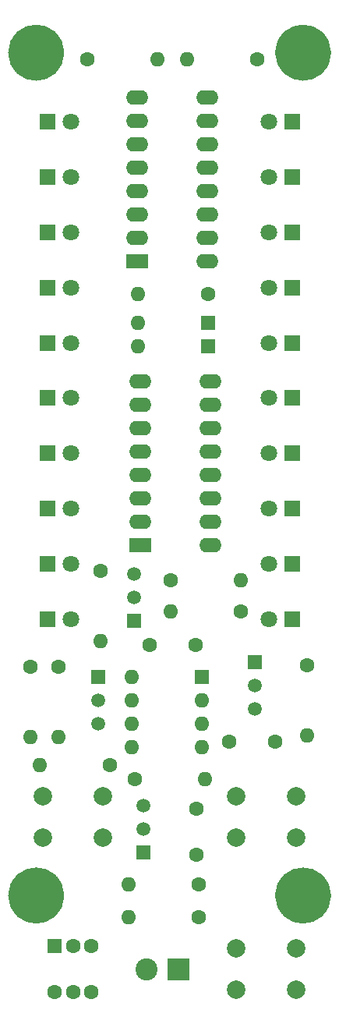
<source format=gts>
G04 #@! TF.GenerationSoftware,KiCad,Pcbnew,8.0.6*
G04 #@! TF.CreationDate,2025-01-21T22:00:03+01:00*
G04 #@! TF.ProjectId,storm_distance_meter,73746f72-6d5f-4646-9973-74616e63655f,1*
G04 #@! TF.SameCoordinates,Original*
G04 #@! TF.FileFunction,Soldermask,Top*
G04 #@! TF.FilePolarity,Negative*
%FSLAX46Y46*%
G04 Gerber Fmt 4.6, Leading zero omitted, Abs format (unit mm)*
G04 Created by KiCad (PCBNEW 8.0.6) date 2025-01-21 22:00:03*
%MOMM*%
%LPD*%
G01*
G04 APERTURE LIST*
%ADD10C,3.050000*%
%ADD11C,2.000000*%
%ADD12R,1.800000X1.800000*%
%ADD13C,1.800000*%
%ADD14R,1.600000X1.600000*%
%ADD15C,1.600000*%
%ADD16O,1.600000X1.600000*%
%ADD17R,1.500000X1.500000*%
%ADD18C,1.500000*%
%ADD19R,2.400000X1.600000*%
%ADD20O,2.400000X1.600000*%
%ADD21R,2.400000X2.400000*%
%ADD22C,2.400000*%
G04 APERTURE END LIST*
D10*
X133725000Y-126000000D02*
G75*
G02*
X130675000Y-126000000I-1525000J0D01*
G01*
X130675000Y-126000000D02*
G75*
G02*
X133725000Y-126000000I1525000J0D01*
G01*
X162725000Y-126000000D02*
G75*
G02*
X159675000Y-126000000I-1525000J0D01*
G01*
X159675000Y-126000000D02*
G75*
G02*
X162725000Y-126000000I1525000J0D01*
G01*
X162725000Y-34500000D02*
G75*
G02*
X159675000Y-34500000I-1525000J0D01*
G01*
X159675000Y-34500000D02*
G75*
G02*
X162725000Y-34500000I1525000J0D01*
G01*
X133725000Y-34500000D02*
G75*
G02*
X130675000Y-34500000I-1525000J0D01*
G01*
X130675000Y-34500000D02*
G75*
G02*
X133725000Y-34500000I1525000J0D01*
G01*
D11*
X153950000Y-131750000D03*
X160450000Y-131750000D03*
X153950000Y-136250000D03*
X160450000Y-136250000D03*
D12*
X160040000Y-42000000D03*
D13*
X157500000Y-42000000D03*
D14*
X134200000Y-131500000D03*
D15*
X136200000Y-131500000D03*
X138200000Y-131500000D03*
X134200000Y-136500000D03*
X136200000Y-136500000D03*
X138200000Y-136500000D03*
D12*
X160040000Y-48000000D03*
D13*
X157500000Y-48000000D03*
D11*
X132950000Y-115250000D03*
X139450000Y-115250000D03*
X132950000Y-119750000D03*
X139450000Y-119750000D03*
D12*
X133460000Y-42000000D03*
D13*
X136000000Y-42000000D03*
D11*
X153950000Y-115250000D03*
X160450000Y-115250000D03*
X153950000Y-119750000D03*
X160450000Y-119750000D03*
D12*
X133460000Y-48000000D03*
D13*
X136000000Y-48000000D03*
D14*
X150202500Y-102292500D03*
D16*
X150202500Y-104832500D03*
X150202500Y-107372500D03*
X150202500Y-109912500D03*
X142582500Y-109912500D03*
X142582500Y-107372500D03*
X142582500Y-104832500D03*
X142582500Y-102292500D03*
D15*
X161642500Y-101012500D03*
D16*
X161642500Y-108632500D03*
D17*
X138960000Y-102260000D03*
D18*
X138960000Y-104800000D03*
X138960000Y-107340000D03*
D17*
X143862500Y-121332500D03*
D18*
X143862500Y-118792500D03*
X143862500Y-116252500D03*
D19*
X143515000Y-87965000D03*
D20*
X143515000Y-85425000D03*
X143515000Y-82885000D03*
X143515000Y-80345000D03*
X143515000Y-77805000D03*
X143515000Y-75265000D03*
X143515000Y-72725000D03*
X143515000Y-70185000D03*
X151135000Y-70185000D03*
X151135000Y-72725000D03*
X151135000Y-75265000D03*
X151135000Y-77805000D03*
X151135000Y-80345000D03*
X151135000Y-82885000D03*
X151135000Y-85425000D03*
X151135000Y-87965000D03*
D15*
X154410000Y-95200000D03*
D16*
X146790000Y-95200000D03*
D15*
X144537500Y-98790000D03*
X149537500Y-98790000D03*
X149895000Y-128317500D03*
D16*
X142275000Y-128317500D03*
D17*
X155927500Y-100695000D03*
D18*
X155927500Y-103235000D03*
X155927500Y-105775000D03*
D15*
X149577500Y-121610000D03*
X149577500Y-116610000D03*
D17*
X142840000Y-96140000D03*
D18*
X142840000Y-93600000D03*
X142840000Y-91060000D03*
D16*
X145415000Y-35242500D03*
D15*
X137795000Y-35242500D03*
X142910000Y-113395000D03*
D16*
X150530000Y-113395000D03*
D21*
X147700000Y-134000000D03*
D22*
X144200000Y-134000000D03*
D15*
X149895000Y-124825000D03*
D16*
X142275000Y-124825000D03*
D15*
X139200000Y-90790000D03*
D16*
X139200000Y-98410000D03*
D15*
X131600000Y-101190000D03*
D16*
X131600000Y-108810000D03*
D15*
X134600000Y-101190000D03*
D16*
X134600000Y-108810000D03*
X148590000Y-35242500D03*
D15*
X156210000Y-35242500D03*
X140220000Y-111800000D03*
D16*
X132600000Y-111800000D03*
D15*
X158150000Y-109267500D03*
X153150000Y-109267500D03*
X146790000Y-91800000D03*
D16*
X154410000Y-91800000D03*
D12*
X133460000Y-96000000D03*
D13*
X136000000Y-96000000D03*
D12*
X133460000Y-72000000D03*
D13*
X136000000Y-72000000D03*
D19*
X143192500Y-57150000D03*
D20*
X143192500Y-54610000D03*
X143192500Y-52070000D03*
X143192500Y-49530000D03*
X143192500Y-46990000D03*
X143192500Y-44450000D03*
X143192500Y-41910000D03*
X143192500Y-39370000D03*
X150812500Y-39370000D03*
X150812500Y-41910000D03*
X150812500Y-44450000D03*
X150812500Y-46990000D03*
X150812500Y-49530000D03*
X150812500Y-52070000D03*
X150812500Y-54610000D03*
X150812500Y-57150000D03*
D14*
X150847500Y-63865000D03*
D16*
X143227500Y-63865000D03*
D14*
X150847500Y-66405000D03*
D16*
X143227500Y-66405000D03*
D12*
X133460000Y-60000000D03*
D13*
X136000000Y-60000000D03*
D12*
X160040000Y-78000000D03*
D13*
X157500000Y-78000000D03*
D12*
X133460000Y-84000000D03*
D13*
X136000000Y-84000000D03*
D12*
X160040000Y-84000000D03*
D13*
X157500000Y-84000000D03*
D12*
X133460000Y-54000000D03*
D13*
X136000000Y-54000000D03*
D12*
X160040000Y-72000000D03*
D13*
X157500000Y-72000000D03*
D12*
X160040000Y-96000000D03*
D13*
X157500000Y-96000000D03*
D12*
X160040000Y-60000000D03*
D13*
X157500000Y-60000000D03*
D15*
X150847500Y-60690000D03*
D16*
X143227500Y-60690000D03*
D12*
X133460000Y-78000000D03*
D13*
X136000000Y-78000000D03*
D12*
X160040000Y-66000000D03*
D13*
X157500000Y-66000000D03*
D12*
X133460000Y-90000000D03*
D13*
X136000000Y-90000000D03*
D12*
X160040000Y-54000000D03*
D13*
X157500000Y-54000000D03*
D12*
X160040000Y-90000000D03*
D13*
X157500000Y-90000000D03*
D12*
X133460000Y-66000000D03*
D13*
X136000000Y-66000000D03*
M02*

</source>
